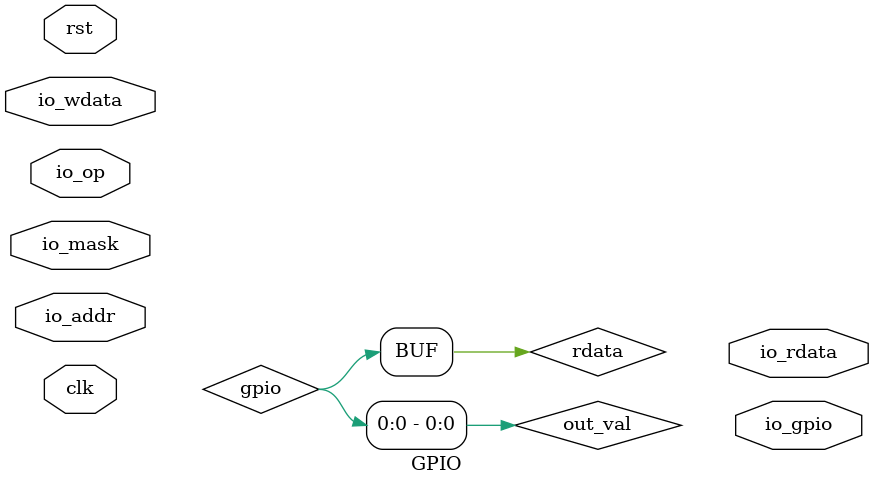
<source format=v>
`include "ba201rv32i_consts.vh"

module GPIO (
  input clk,
  input rst,

  input  [31:0] io_addr,
  input         io_op,
  input  [3:0]  io_mask,
  input  [31:0] io_wdata,
  output [31:0] io_rdata,
  
  output [1:0] io_gpio
);

  reg [1:0] out_val;

  assign gpio = out_val;

  assign rdata = {30'h0, out_val};

  always @(posedge clk) begin
    if (rst) begin
      out_val <= 2'h0;
    end
    else begin
      if (op) begin
        out_val <= wdata[1:0];
      end
    end
  end

endmodule


</source>
